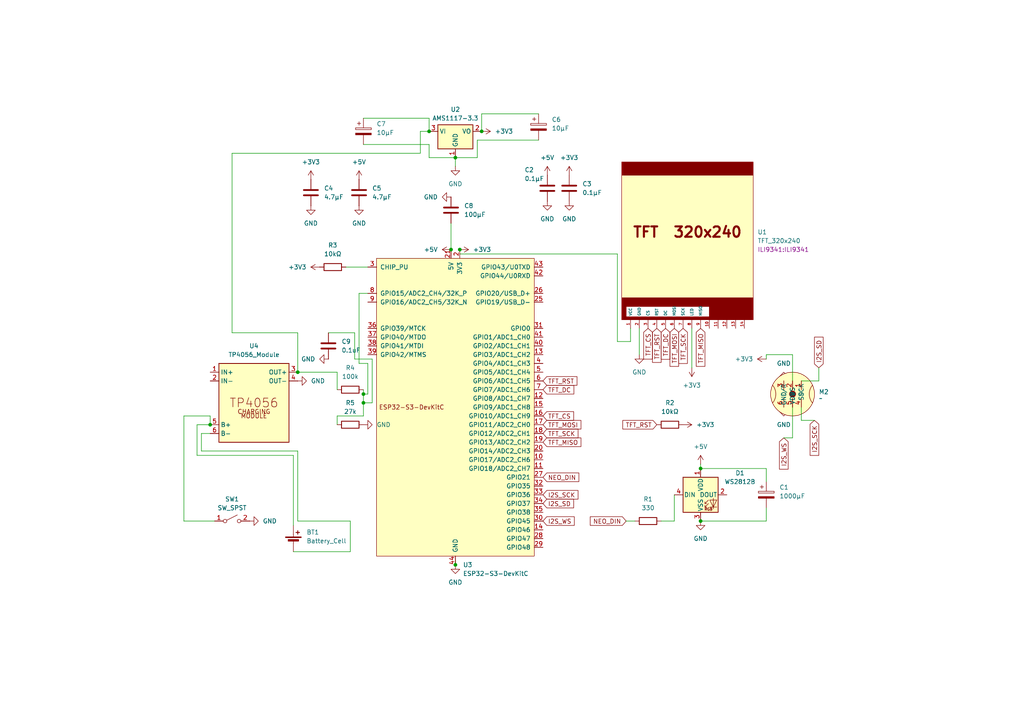
<source format=kicad_sch>
(kicad_sch (version 20250114) (generator "eeschema") (generator_version "9.0")
  (paper "A4")
  (lib_symbols
    (symbol "Device:Battery_Cell" (pin_numbers (hide yes)) (pin_names (offset 0) (hide yes))
      (property "Reference" "BT" (at 2.54 2.54 0))
      (property "Value" "Battery_Cell" (at 2.54 0 0))
      (symbol "Battery_Cell_0_1"
        (rectangle (start -2.286 1.778) (end 2.286 1.524) (fill (type outline)))
        (rectangle (start -1.524 1.016) (end 1.524 0.508) (fill (type outline)))
        (polyline (pts (xy 0 1.778) (xy 0 2.54)))
        (polyline (pts (xy 0 0.762) (xy 0 0)))
        (polyline (pts (xy 0.762 3.048) (xy 1.778 3.048)) (stroke (width 0.254)))
        (polyline (pts (xy 1.27 3.556) (xy 1.27 2.54)) (stroke (width 0.254)))
      )
      (symbol "Battery_Cell_1_1"
        (pin passive line (at 0 5.08 270) (length 2.54) (name "+") (number "1"))
        (pin passive line (at 0 -2.54 90) (length 2.54) (name "-") (number "2"))
      )
    )
    (symbol "Device:C" (pin_numbers (hide yes)) (pin_names (offset 0.254))
      (property "Reference" "C" (at 0.635 2.54 0))
      (property "Value" "C" (at 0.635 -2.54 0))
      (symbol "C_0_1"
        (polyline (pts (xy -2.032 0.762) (xy 2.032 0.762)) (stroke (width 0.508)))
        (polyline (pts (xy -2.032 -0.762) (xy 2.032 -0.762)) (stroke (width 0.508)))
      )
      (symbol "C_1_1"
        (pin passive line (at 0 3.81 270) (length 2.794) (name "~") (number "1"))
        (pin passive line (at 0 -3.81 90) (length 2.794) (name "~") (number "2"))
      )
    )
    (symbol "Device:C_Polarized" (pin_numbers (hide yes)) (pin_names (offset 0.254))
      (property "Reference" "C" (at 0.635 2.54 0))
      (property "Value" "C_Polarized" (at 0.635 -2.54 0))
      (symbol "C_Polarized_0_1"
        (rectangle (start -2.286 0.508) (end 2.286 1.016))
        (polyline (pts (xy -1.778 2.286) (xy -0.762 2.286)))
        (polyline (pts (xy -1.27 2.794) (xy -1.27 1.778)))
        (rectangle (start 2.286 -0.508) (end -2.286 -1.016) (fill (type outline)))
      )
      (symbol "C_Polarized_1_1"
        (pin passive line (at 0 3.81 270) (length 2.794) (name "~") (number "1"))
        (pin passive line (at 0 -3.81 90) (length 2.794) (name "~") (number "2"))
      )
    )
    (symbol "Device:R" (pin_numbers (hide yes)) (pin_names (offset 0))
      (property "Reference" "R" (at 2.032 0 90))
      (property "Value" "R" (at 0 0 90))
      (symbol "R_0_1"
        (rectangle (start -1.016 -2.54) (end 1.016 2.54) (stroke (width 0.254)))
      )
      (symbol "R_1_1"
        (pin passive line (at 0 3.81 270) (length 1.27) (name "~") (number "1"))
        (pin passive line (at 0 -3.81 90) (length 1.27) (name "~") (number "2"))
      )
    )
    (symbol "ILI9341:TFT_320x240" (pin_names (offset 1.016))
      (property "Reference" "U?" (at 20.32 25.4001 0))
      (property "Value" "TFT_320x240" (at 20.32 22.8601 0))
      (property "Footprint" "z_Devices:TFT-320x240" (at 20.32 20.3201 0))
      (symbol "TFT_320x240_0_0"
        (text "TFT  320x240" (at 0 25.4 0) (effects (font (size 2.9972 2.9972) (bold yes))))
      )
      (symbol "TFT_320x240_0_1"
        (rectangle (start -19.05 41.91) (end 19.05 45.72) (fill (type outline)))
        (rectangle (start -19.05 6.35) (end 19.05 41.91) (fill (type background)))
        (rectangle (start -19.05 6.35) (end 19.05 3.81) (fill (type outline)))
        (rectangle (start -19.05 0) (end 19.05 6.35))
        (rectangle (start -19.05 0) (end 19.05 0.8382) (fill (type outline)))
        (rectangle (start -17.78 0) (end -19.05 3.81) (fill (type outline)))
        (rectangle (start 19.05 0) (end 6.35 3.81) (fill (type outline)))
      )
      (symbol "TFT_320x240_1_1"
        (pin power_in line (at -16.51 -2.54 90) (length 2.54) (name "VCC") (number "1"))
        (pin bidirectional line (at -13.97 -2.54 90) (length 2.54) (name "GND") (number "2"))
        (pin bidirectional line (at -11.43 -2.54 90) (length 2.54) (name "CS") (number "3"))
        (pin bidirectional line (at -8.89 -2.54 90) (length 2.54) (name "RST") (number "4"))
        (pin bidirectional line (at -6.35 -2.54 90) (length 2.54) (name "DC") (number "5"))
        (pin bidirectional line (at -3.81 -2.54 90) (length 2.54) (name "MOSI") (number "6"))
        (pin bidirectional line (at -1.27 -2.54 90) (length 2.54) (name "SCK") (number "7"))
        (pin power_in line (at 1.27 -2.54 90) (length 2.54) (name "LED") (number "8"))
        (pin bidirectional line (at 3.81 -2.54 90) (length 2.54) (name "MISO") (number "9"))
        (pin bidirectional line (at 6.35 -2.54 90) (length 2.54) (name "~") (number "10"))
        (pin bidirectional line (at 8.89 -2.54 90) (length 2.54) (name "~") (number "11"))
        (pin bidirectional line (at 11.43 -2.54 90) (length 2.54) (name "~") (number "12"))
        (pin bidirectional line (at 13.97 -2.54 90) (length 2.54) (name "~") (number "13"))
        (pin bidirectional line (at 16.51 -2.54 90) (length 2.54) (name "~") (number "14"))
      )
    )
    (symbol "LED:WS2812B" (pin_names (offset 0.254))
      (property "Reference" "D" (at 5.08 5.715 0))
      (property "Value" "WS2812B" (at 1.27 -5.715 0))
      (symbol "WS2812B_0_0"
        (text "RGB" (at 2.286 -4.191 0) (effects (font (size 0.762 0.762))))
      )
      (symbol "WS2812B_0_1"
        (polyline (pts (xy 1.27 -2.54) (xy 1.778 -2.54)))
        (polyline (pts (xy 1.27 -3.556) (xy 1.778 -3.556)))
        (polyline (pts (xy 2.286 -1.524) (xy 1.27 -2.54) (xy 1.27 -2.032)))
        (polyline (pts (xy 2.286 -2.54) (xy 1.27 -3.556) (xy 1.27 -3.048)))
        (polyline (pts (xy 3.683 -1.016) (xy 3.683 -3.556) (xy 3.683 -4.064)))
        (polyline (pts (xy 4.699 -1.524) (xy 2.667 -1.524) (xy 3.683 -3.556) (xy 4.699 -1.524)))
        (polyline (pts (xy 4.699 -3.556) (xy 2.667 -3.556)))
        (rectangle (start 5.08 5.08) (end -5.08 -5.08) (stroke (width 0.254)) (fill (type background)))
      )
      (symbol "WS2812B_1_1"
        (pin input line (at -7.62 0 0) (length 2.54) (name "DIN") (number "4"))
        (pin power_in line (at 0 7.62 270) (length 2.54) (name "VDD") (number "1"))
        (pin power_in line (at 0 -7.62 90) (length 2.54) (name "VSS") (number "3"))
        (pin output line (at 7.62 0 180) (length 2.54) (name "DOUT") (number "2"))
      )
    )
    (symbol "Microphone:INMP441_Microphone_I2S"
      (property "Reference" "M2" (at -7.62 -0.6351 0))
      (property "Value" "~" (at -7.62 1.27 0))
      (symbol "INMP441_Microphone_I2S_1_1"
        (arc (start -5.75 2.54) (mid -4.8513 0) (end -5.75 -2.54))
        (circle (center 0 0) (radius 0.9) (fill (type outline)))
        (circle (center 0 0) (radius 6.35) (fill (type background)))
        (arc (start 5.75 -2.54) (mid 4.8513 0) (end 5.75 2.54))
        (pin bidirectional line (at -2.54 3.81 270) (length 2.54) (name "SCK") (number "4"))
        (pin bidirectional line (at -2.54 -3.81 90) (length 2.54) (name "SD") (number "1"))
        (pin bidirectional line (at 0 3.81 270) (length 2.54) (name "WS") (number "5"))
        (pin power_in line (at 0 -3.81 90) (length 2.54) (name "VDD") (number "2"))
        (pin input line (at 2.54 3.81 270) (length 2.54) (name "L/R") (number "6"))
        (pin power_in line (at 2.54 -3.81 90) (length 2.54) (name "GND") (number "3"))
      )
    )
    (symbol "PCM_Espressif:ESP32-S3-DevKitC" (pin_names (offset 1.016))
      (property "Reference" "U" (at -22.86 48.26 0))
      (property "Value" "ESP32-S3-DevKitC" (at -22.86 45.72 0))
      (symbol "ESP32-S3-DevKitC_0_0"
        (text "ESP32-S3-DevKitC" (at -12.7 0 0) (effects (font (size 1.27 1.27))))
        (pin bidirectional line (at -25.4 15.24 0) (length 2.54) (name "GPIO42/MTMS") (number "39"))
        (pin power_in line (at 0 -45.72 90) (length 2.54) (name "GND") (number "44"))
        (pin bidirectional line (at 25.4 40.64 180) (length 2.54) (name "GPIO43/U0TXD") (number "43"))
        (pin bidirectional line (at 25.4 38.1 180) (length 2.54) (name "GPIO44/U0RXD") (number "42"))
        (pin bidirectional line (at 25.4 20.32 180) (length 2.54) (name "GPIO1/ADC1_CH0") (number "41"))
        (pin bidirectional line (at 25.4 17.78 180) (length 2.54) (name "GPIO2/ADC1_CH1") (number "40"))
        (pin bidirectional line (at 25.4 -10.16 180) (length 2.54) (name "GPIO13/ADC2_CH2") (number "19"))
        (pin bidirectional line (at 25.4 -35.56 180) (length 2.54) (name "GPIO46") (number "14"))
      )
      (symbol "ESP32-S3-DevKitC_0_1"
        (rectangle (start -22.86 43.18) (end 22.86 -43.18) (fill (type background)))
        (pin power_in line (at 1.27 45.72 270) (length 2.54) (name "3V3") (number "2"))
      )
      (symbol "ESP32-S3-DevKitC_1_1"
        (pin input line (at -25.4 40.64 0) (length 2.54) (name "CHIP_PU") (number "3"))
        (pin bidirectional line (at -25.4 33.02 0) (length 2.54) (name "GPIO15/ADC2_CH4/32K_P") (number "8"))
        (pin bidirectional line (at -25.4 30.48 0) (length 2.54) (name "GPIO16/ADC2_CH5/32K_N") (number "9"))
        (pin bidirectional line (at -25.4 22.86 0) (length 2.54) (name "GPIO39/MTCK") (number "36"))
        (pin bidirectional line (at -25.4 20.32 0) (length 2.54) (name "GPIO40/MTDO") (number "37"))
        (pin bidirectional line (at -25.4 17.78 0) (length 2.54) (name "GPIO41/MTDI") (number "38"))
        (pin power_in line (at -1.27 45.72 270) (length 2.54) (name "5V") (number "21"))
        (pin passive line (at 0 -45.72 90) (length 2.54) (hide yes) (name "GND") (number "22"))
        (pin passive line (at 0 -45.72 90) (length 2.54) (hide yes) (name "GND") (number "23"))
        (pin passive line (at 0 -45.72 90) (length 2.54) (hide yes) (name "GND") (number "24"))
        (pin passive line (at 1.27 45.72 270) (length 2.54) (hide yes) (name "3V3") (number "1"))
        (pin bidirectional line (at 25.4 33.02 180) (length 2.54) (name "GPIO20/USB_D+") (number "26"))
        (pin bidirectional line (at 25.4 30.48 180) (length 2.54) (name "GPIO19/USB_D-") (number "25"))
        (pin bidirectional line (at 25.4 22.86 180) (length 2.54) (name "GPIO0") (number "31"))
        (pin bidirectional line (at 25.4 15.24 180) (length 2.54) (name "GPIO3/ADC1_CH2") (number "13"))
        (pin bidirectional line (at 25.4 12.7 180) (length 2.54) (name "GPIO4/ADC1_CH3") (number "4"))
        (pin bidirectional line (at 25.4 10.16 180) (length 2.54) (name "GPIO5/ADC1_CH4") (number "5"))
        (pin bidirectional line (at 25.4 7.62 180) (length 2.54) (name "GPIO6/ADC1_CH5") (number "6"))
        (pin bidirectional line (at 25.4 5.08 180) (length 2.54) (name "GPIO7/ADC1_CH6") (number "7"))
        (pin bidirectional line (at 25.4 2.54 180) (length 2.54) (name "GPIO8/ADC1_CH7") (number "12"))
        (pin bidirectional line (at 25.4 0 180) (length 2.54) (name "GPIO9/ADC1_CH8") (number "15"))
        (pin bidirectional line (at 25.4 -2.54 180) (length 2.54) (name "GPIO10/ADC1_CH9") (number "16"))
        (pin bidirectional line (at 25.4 -5.08 180) (length 2.54) (name "GPIO11/ADC2_CH0") (number "17"))
        (pin bidirectional line (at 25.4 -7.62 180) (length 2.54) (name "GPIO12/ADC2_CH1") (number "18"))
        (pin bidirectional line (at 25.4 -12.7 180) (length 2.54) (name "GPIO14/ADC2_CH3") (number "20"))
        (pin bidirectional line (at 25.4 -15.24 180) (length 2.54) (name "GPIO17/ADC2_CH6") (number "10"))
        (pin bidirectional line (at 25.4 -17.78 180) (length 2.54) (name "GPIO18/ADC2_CH7") (number "11"))
        (pin bidirectional line (at 25.4 -20.32 180) (length 2.54) (name "GPIO21") (number "27"))
        (pin bidirectional line (at 25.4 -22.86 180) (length 2.54) (name "GPIO35") (number "32"))
        (pin bidirectional line (at 25.4 -25.4 180) (length 2.54) (name "GPIO36") (number "33"))
        (pin bidirectional line (at 25.4 -27.94 180) (length 2.54) (name "GPIO37") (number "34"))
        (pin bidirectional line (at 25.4 -30.48 180) (length 2.54) (name "GPIO38") (number "35"))
        (pin bidirectional line (at 25.4 -33.02 180) (length 2.54) (name "GPIO45") (number "30"))
        (pin bidirectional line (at 25.4 -38.1 180) (length 2.54) (name "GPIO47") (number "28"))
        (pin bidirectional line (at 25.4 -40.64 180) (length 2.54) (name "GPIO48") (number "29"))
      )
    )
    (symbol "Regulator_Linear:AMS1117-3.3"
      (property "Reference" "U" (at -3.81 3.175 0))
      (property "Value" "AMS1117-3.3" (at 0 3.175 0))
      (symbol "AMS1117-3.3_0_1"
        (rectangle (start -5.08 -5.08) (end 5.08 1.905) (stroke (width 0.254)) (fill (type background)))
      )
      (symbol "AMS1117-3.3_1_1"
        (pin power_in line (at -7.62 0 0) (length 2.54) (name "VI") (number "3"))
        (pin power_in line (at 0 -7.62 90) (length 2.54) (name "GND") (number "1"))
        (pin power_out line (at 7.62 0 180) (length 2.54) (name "VO") (number "2"))
      )
    )
    (symbol "Switch:SW_SPST" (pin_names (offset 0) (hide yes))
      (property "Reference" "SW" (at 0 3.175 0))
      (property "Value" "SW_SPST" (at 0 -2.54 0))
      (symbol "SW_SPST_0_0"
        (circle (center -2.032 0) (radius 0.508))
        (polyline (pts (xy -1.524 0.254) (xy 1.524 1.778)))
        (circle (center 2.032 0) (radius 0.508))
      )
      (symbol "SW_SPST_1_1"
        (pin passive line (at -5.08 0 0) (length 2.54) (name "A") (number "1"))
        (pin passive line (at 5.08 0 180) (length 2.54) (name "B") (number "2"))
      )
    )
    (symbol "power:+3V3" (power) (pin_numbers (hide yes)) (pin_names (offset 0) (hide yes))
      (property "Value" "+3V3" (at 0 3.556 0))
      (symbol "+3V3_0_1"
        (polyline (pts (xy -0.762 1.27) (xy 0 2.54)))
        (polyline (pts (xy 0 2.54) (xy 0.762 1.27)))
        (polyline (pts (xy 0 0) (xy 0 2.54)))
      )
      (symbol "+3V3_1_1"
        (pin power_in line (at 0 0 90) (length 0) (name "~") (number "1"))
      )
    )
    (symbol "power:+5V" (power) (pin_numbers (hide yes)) (pin_names (offset 0) (hide yes))
      (property "Value" "+5V" (at 0 3.556 0))
      (symbol "+5V_0_1"
        (polyline (pts (xy -0.762 1.27) (xy 0 2.54)))
        (polyline (pts (xy 0 2.54) (xy 0.762 1.27)))
        (polyline (pts (xy 0 0) (xy 0 2.54)))
      )
      (symbol "+5V_1_1"
        (pin power_in line (at 0 0 90) (length 0) (name "~") (number "1"))
      )
    )
    (symbol "power:GND" (power) (pin_numbers (hide yes)) (pin_names (offset 0) (hide yes))
      (property "Value" "GND" (at 0 -3.81 0))
      (symbol "GND_0_1"
        (polyline (pts (xy 0 0) (xy 0 -1.27) (xy 1.27 -1.27) (xy 0 -2.54) (xy -1.27 -1.27) (xy 0 -1.27)))
      )
      (symbol "GND_1_1"
        (pin power_in line (at 0 0 270) (length 0) (name "~") (number "1"))
      )
    )
    (symbol "tp4056_symbol:TP4056_Module"
      (property "Reference" "U" (at 0 12.7 0))
      (property "Value" "TP4056_Module" (at 0 -12.7 0))
      (symbol "TP4056_Module_0_1"
        (rectangle (start -10.16 11.43) (end 10.16 -11.43) (stroke (width 0.254)) (fill (type background)))
        (text "TP4056" (at 0 0 0) (effects (font (size 2.54 2.54))))
        (text "CHARGING" (at 0 -2.54 0) (effects (font (size 1.27 1.27))))
        (text "MODULE" (at 0 -3.81 0) (effects (font (size 1.27 1.27))))
      )
      (symbol "TP4056_Module_1_1"
        (pin input line (at -12.7 8.89 0) (length 2.54) (name "IN+") (number "1"))
        (pin input line (at -12.7 6.35 0) (length 2.54) (name "IN-") (number "2"))
        (pin bidirectional line (at -12.7 -6.35 0) (length 2.54) (name "B+") (number "5"))
        (pin bidirectional line (at -12.7 -8.89 0) (length 2.54) (name "B-") (number "6"))
        (pin output line (at 12.7 8.89 180) (length 2.54) (name "OUT+") (number "3"))
        (pin output line (at 12.7 6.35 180) (length 2.54) (name "OUT-") (number "4"))
      )
    )
  )
  (junction (at 86.36 107.95))
  (junction (at 124.46 38.1))
  (junction (at 139.7 38.1))
  (junction (at 60.96 123.19))
  (junction (at 130.81 72.39))
  (junction (at 105.41 116.84))
  (junction (at 132.08 163.83))
  (junction (at 132.08 45.72))
  (junction (at 203.2 135.89))
  (junction (at 133.35 72.39))
  (junction (at 203.2 151.13))
  (junction (at 105.41 114.3))
  (wire (pts (xy 105.41 34.29) (xy 124.46 34.29)))
  (wire (pts (xy 86.36 107.95) (xy 86.36 96.52)))
  (wire (pts (xy 86.36 107.95) (xy 85.09 107.95)))
  (wire (pts (xy 229.87 118.11) (xy 229.87 127)))
  (wire (pts (xy 237.49 110.49) (xy 237.49 106.68)))
  (wire (pts (xy 104.14 105.41) (xy 104.14 85.09)))
  (wire (pts (xy 232.41 118.11) (xy 232.41 121.92)))
  (wire (pts (xy 232.41 110.49) (xy 237.49 110.49)))
  (wire (pts (xy 105.41 41.91) (xy 124.46 41.91)))
  (wire (pts (xy 124.46 41.91) (xy 124.46 45.72)))
  (wire (pts (xy 62.23 151.13) (xy 53.34 151.13)))
  (wire (pts (xy 138.43 45.72) (xy 132.08 45.72)))
  (wire (pts (xy 60.96 120.65) (xy 60.96 123.19)))
  (wire (pts (xy 57.15 132.08) (xy 57.15 123.19)))
  (wire (pts (xy 181.61 151.13) (xy 184.15 151.13)))
  (wire (pts (xy 182.88 95.25) (xy 182.88 99.06)))
  (wire (pts (xy 105.41 114.3) (xy 105.41 116.84)))
  (wire (pts (xy 229.87 110.49) (xy 229.87 102.87)))
  (wire (pts (xy 191.77 151.13) (xy 195.58 151.13)))
  (wire (pts (xy 179.07 99.06) (xy 179.07 73.66)))
  (wire (pts (xy 232.41 121.92) (xy 236.22 121.92)))
  (wire (pts (xy 105.41 113.03) (xy 105.41 114.3)))
  (wire (pts (xy 85.09 152.4) (xy 85.09 132.08)))
  (wire (pts (xy 130.81 64.77) (xy 130.81 72.39)))
  (wire (pts (xy 53.34 120.65) (xy 60.96 120.65)))
  (wire (pts (xy 57.15 123.19) (xy 60.96 123.19)))
  (wire (pts (xy 132.08 162.56) (xy 132.08 163.83)))
  (wire (pts (xy 86.36 130.81) (xy 58.42 130.81)))
  (wire (pts (xy 105.41 114.3) (xy 106.68 114.3)))
  (wire (pts (xy 203.2 135.89) (xy 222.25 135.89)))
  (wire (pts (xy 58.42 125.73) (xy 60.96 125.73)))
  (wire (pts (xy 86.36 107.95) (xy 97.79 107.95)))
  (wire (pts (xy 106.68 114.3) (xy 106.68 105.41)))
  (wire (pts (xy 133.35 73.66) (xy 133.35 72.39)))
  (wire (pts (xy 182.88 99.06) (xy 179.07 99.06)))
  (wire (pts (xy 105.41 116.84) (xy 105.41 120.65)))
  (wire (pts (xy 67.31 44.45) (xy 121.92 44.45)))
  (wire (pts (xy 85.09 160.02) (xy 101.6 160.02)))
  (wire (pts (xy 203.2 151.13) (xy 222.25 151.13)))
  (wire (pts (xy 121.92 44.45) (xy 121.92 38.1)))
  (wire (pts (xy 102.87 96.52) (xy 95.25 96.52)))
  (wire (pts (xy 97.79 107.95) (xy 97.79 113.03)))
  (wire (pts (xy 104.14 85.09) (xy 106.68 85.09)))
  (wire (pts (xy 203.2 134.62) (xy 203.2 135.89)))
  (wire (pts (xy 156.21 40.64) (xy 138.43 40.64)))
  (wire (pts (xy 138.43 40.64) (xy 138.43 45.72)))
  (wire (pts (xy 179.07 73.66) (xy 133.35 73.66)))
  (wire (pts (xy 185.42 95.25) (xy 185.42 102.87)))
  (wire (pts (xy 86.36 96.52) (xy 67.31 96.52)))
  (wire (pts (xy 100.33 77.47) (xy 106.68 77.47)))
  (wire (pts (xy 139.7 33.02) (xy 139.7 38.1)))
  (wire (pts (xy 229.87 127) (xy 227.33 127)))
  (wire (pts (xy 105.41 116.84) (xy 107.95 116.84)))
  (wire (pts (xy 156.21 33.02) (xy 139.7 33.02)))
  (wire (pts (xy 97.79 120.65) (xy 97.79 123.19)))
  (wire (pts (xy 105.41 120.65) (xy 97.79 120.65)))
  (wire (pts (xy 67.31 96.52) (xy 67.31 44.45)))
  (wire (pts (xy 106.68 105.41) (xy 104.14 105.41)))
  (wire (pts (xy 222.25 151.13) (xy 222.25 147.32)))
  (wire (pts (xy 86.36 151.13) (xy 86.36 130.81)))
  (wire (pts (xy 222.25 102.87) (xy 222.25 104.14)))
  (wire (pts (xy 200.66 95.25) (xy 200.66 106.68)))
  (wire (pts (xy 102.87 104.14) (xy 102.87 96.52)))
  (wire (pts (xy 58.42 130.81) (xy 58.42 125.73)))
  (wire (pts (xy 124.46 45.72) (xy 132.08 45.72)))
  (wire (pts (xy 53.34 151.13) (xy 53.34 120.65)))
  (wire (pts (xy 229.87 102.87) (xy 222.25 102.87)))
  (wire (pts (xy 107.95 104.14) (xy 102.87 104.14)))
  (wire (pts (xy 124.46 34.29) (xy 124.46 38.1)))
  (wire (pts (xy 107.95 116.84) (xy 107.95 104.14)))
  (wire (pts (xy 195.58 143.51) (xy 195.58 151.13)))
  (wire (pts (xy 101.6 160.02) (xy 101.6 151.13)))
  (wire (pts (xy 132.08 45.72) (xy 132.08 48.26)))
  (wire (pts (xy 222.25 135.89) (xy 222.25 139.7)))
  (wire (pts (xy 101.6 151.13) (xy 86.36 151.13)))
  (wire (pts (xy 121.92 38.1) (xy 124.46 38.1)))
  (wire (pts (xy 85.09 132.08) (xy 57.15 132.08)))
  (global_label "TFT_SCK" (shape input) (at 157.48 125.73 0) (property "Intersheetrefs" "${INTERSHEET_REFS}" (effects (hide yes))))
  (global_label "I2S_SCK" (shape input) (at 157.48 143.51 0) (property "Intersheetrefs" "${INTERSHEET_REFS}" (effects (hide yes))))
  (global_label "TFT_RST" (shape input) (at 157.48 110.49 0) (property "Intersheetrefs" "${INTERSHEET_REFS}" (effects (hide yes))))
  (global_label "I2S_SCK" (shape input) (at 236.22 121.92 270) (property "Intersheetrefs" "${INTERSHEET_REFS}" (effects (hide yes))))
  (global_label "TFT_RST" (shape input) (at 190.5 123.19 180) (property "Intersheetrefs" "${INTERSHEET_REFS}" (effects (hide yes))))
  (global_label "TFT_DC" (shape input) (at 193.04 95.25 270) (property "Intersheetrefs" "${INTERSHEET_REFS}" (effects (hide yes))))
  (global_label "TFT_MISO" (shape input) (at 203.2 95.25 270) (property "Intersheetrefs" "${INTERSHEET_REFS}" (effects (hide yes))))
  (global_label "I2S_SD" (shape input) (at 157.48 146.05 0) (property "Intersheetrefs" "${INTERSHEET_REFS}" (effects (hide yes))))
  (global_label "I2S_WS" (shape input) (at 227.33 127 270) (property "Intersheetrefs" "${INTERSHEET_REFS}" (effects (hide yes))))
  (global_label "TFT_CS" (shape input) (at 157.48 120.65 0) (property "Intersheetrefs" "${INTERSHEET_REFS}" (effects (hide yes))))
  (global_label "TFT_MOSI" (shape input) (at 157.48 123.19 0) (property "Intersheetrefs" "${INTERSHEET_REFS}" (effects (hide yes))))
  (global_label "TFT_MOSI" (shape input) (at 195.58 95.25 270) (property "Intersheetrefs" "${INTERSHEET_REFS}" (effects (hide yes))))
  (global_label "NEO_DIN" (shape input) (at 181.61 151.13 180) (property "Intersheetrefs" "${INTERSHEET_REFS}" (effects (hide yes))))
  (global_label "TFT_MISO" (shape input) (at 157.48 128.27 0) (property "Intersheetrefs" "${INTERSHEET_REFS}" (effects (hide yes))))
  (global_label "NEO_DIN" (shape input) (at 157.48 138.43 0) (property "Intersheetrefs" "${INTERSHEET_REFS}" (effects (hide yes))))
  (global_label "I2S_SD" (shape input) (at 237.49 106.68 90) (property "Intersheetrefs" "${INTERSHEET_REFS}" (effects (hide yes))))
  (global_label "TFT_DC" (shape input) (at 157.48 113.03 0) (property "Intersheetrefs" "${INTERSHEET_REFS}" (effects (hide yes))))
  (global_label "I2S_WS" (shape input) (at 157.48 151.13 0) (property "Intersheetrefs" "${INTERSHEET_REFS}" (effects (hide yes))))
  (global_label "TFT_CS" (shape input) (at 187.96 95.25 270) (property "Intersheetrefs" "${INTERSHEET_REFS}" (effects (hide yes))))
  (global_label "TFT_RST" (shape input) (at 190.5 95.25 270) (property "Intersheetrefs" "${INTERSHEET_REFS}" (effects (hide yes))))
  (global_label "TFT_SCK" (shape input) (at 198.12 95.25 270) (property "Intersheetrefs" "${INTERSHEET_REFS}" (effects (hide yes))))
  (symbol (lib_id "Device:C_Polarized") (at 105.41 38.1 0) (unit 1)
    (property "Reference" "C7" (at 109.22 35.9409 0) (effects (justify left)))
    (property "Value" "10µF" (at 109.22 38.4809 0) (effects (justify left)))
    (property "Footprint" "Capacitor_THT:C_Disc_D5.0mm_W2.5mm_P5.00mm" (effects (hide yes)))
    (property "Description" "Polarized capacitor" (effects (hide yes)))
  )
  (symbol (lib_id "power:GND") (at 227.33 118.11 0) (unit 1)
    (property "Reference" "#PWR07" (effects (hide yes)))
    (property "Value" "GND" (at 227.33 123.19 0))
    (property "Description" "Power symbol creates a global label with name \"GND\" , ground" (effects (hide yes)))
  )
  (symbol (lib_id "Device:R") (at 194.31 123.19 90) (unit 1)
    (property "Reference" "R2" (at 194.31 116.84 90))
    (property "Value" "10kΩ" (at 194.31 119.38 90))
    (property "Footprint" "Resistor_THT:R_Axial_DIN0207_L6.3mm_D2.5mm_P7.62mm_Horizontal" (effects (hide yes)))
    (property "Description" "Resistor" (effects (hide yes)))
  )
  (symbol (lib_id "power:+3V3") (at 133.35 72.39 270) (unit 1)
    (property "Reference" "#PWR02" (effects (hide yes)))
    (property "Value" "+3V3" (at 137.16 72.3899 90) (effects (justify left)))
    (property "Description" "Power symbol creates a global label with name \"+3V3\"" (effects (hide yes)))
  )
  (symbol (lib_id "Switch:SW_SPST") (at 67.31 151.13 0) (unit 1)
    (property "Reference" "SW1" (at 67.31 144.78 0))
    (property "Value" "SW_SPST" (at 67.31 147.32 0))
    (property "Footprint" "Button_Switch_THT:SW_DIP_SPSTx01_Slide_6.7x4.1mm_W7.62mm_P2.54mm_LowProfile" (effects (hide yes)))
    (property "Description" "Single Pole Single Throw (SPST) switch" (effects (hide yes)))
  )
  (symbol (lib_id "power:+3V3") (at 198.12 123.19 270) (unit 1)
    (property "Reference" "#PWR021" (effects (hide yes)))
    (property "Value" "+3V3" (at 201.93 123.1899 90) (effects (justify left)))
    (property "Description" "Power symbol creates a global label with name \"+3V3\"" (effects (hide yes)))
  )
  (symbol (lib_id "Device:C") (at 104.14 55.88 0) (unit 1)
    (property "Reference" "C5" (at 107.95 54.6099 0) (effects (justify left)))
    (property "Value" "4.7µF" (at 107.95 57.1499 0) (effects (justify left)))
    (property "Footprint" "Capacitor_THT:C_Disc_D5.0mm_W2.5mm_P5.00mm" (effects (hide yes)))
    (property "Description" "Unpolarized capacitor" (effects (hide yes)))
  )
  (symbol (lib_id "power:GND") (at 158.75 58.42 0) (unit 1)
    (property "Reference" "#PWR014" (effects (hide yes)))
    (property "Value" "GND" (at 158.75 63.5 0))
    (property "Description" "Power symbol creates a global label with name \"GND\" , ground" (effects (hide yes)))
  )
  (symbol (lib_id "power:+5V") (at 130.81 72.39 90) (unit 1)
    (property "Reference" "#PWR024" (effects (hide yes)))
    (property "Value" "+5V" (at 127 72.3899 90) (effects (justify left)))
    (property "Description" "Power symbol creates a global label with name \"+5V\"" (effects (hide yes)))
  )
  (symbol (lib_id "power:GND") (at 185.42 102.87 0) (unit 1)
    (property "Reference" "#PWR010" (effects (hide yes)))
    (property "Value" "GND" (at 185.42 107.95 0))
    (property "Description" "Power symbol creates a global label with name \"GND\" , ground" (effects (hide yes)))
  )
  (symbol (lib_id "power:GND") (at 165.1 58.42 0) (unit 1)
    (property "Reference" "#PWR015" (effects (hide yes)))
    (property "Value" "GND" (at 165.1 63.5 0))
    (property "Description" "Power symbol creates a global label with name \"GND\" , ground" (effects (hide yes)))
  )
  (symbol (lib_id "Device:C") (at 130.81 60.96 0) (unit 1)
    (property "Reference" "C8" (at 134.62 59.6899 0) (effects (justify left)))
    (property "Value" "100µF" (at 134.62 62.2299 0) (effects (justify left)))
    (property "Footprint" "Capacitor_THT:C_Disc_D5.0mm_W2.5mm_P5.00mm" (effects (hide yes)))
    (property "Description" "Unpolarized capacitor" (effects (hide yes)))
  )
  (symbol (lib_id "Device:R") (at 101.6 123.19 90) (unit 1)
    (property "Reference" "R5" (at 101.6 116.84 90))
    (property "Value" "27k" (at 101.6 119.38 90))
    (property "Footprint" "Resistor_THT:R_Axial_DIN0207_L6.3mm_D2.5mm_P7.62mm_Horizontal" (effects (hide yes)))
    (property "Description" "Resistor" (effects (hide yes)))
  )
  (symbol (lib_id "PCM_Espressif:ESP32-S3-DevKitC") (at 132.08 118.11 0) (unit 1)
    (property "Reference" "U3" (at 134.2741 163.83 0) (effects (justify left)))
    (property "Value" "ESP32-S3-DevKitC" (at 134.2741 166.37 0) (effects (justify left)))
    (property "Footprint" "PCM_Espressif:ESP32-S3-DevKitC" (effects (hide yes)))
    (property "Description" "ESP32-S3-DevKitC" (effects (hide yes)))
  )
  (symbol (lib_id "power:+3V3") (at 90.17 52.07 0) (unit 1)
    (property "Reference" "#PWR011" (effects (hide yes)))
    (property "Value" "+3V3" (at 90.17 46.99 0))
    (property "Description" "Power symbol creates a global label with name \"+3V3\"" (effects (hide yes)))
  )
  (symbol (lib_id "Device:C") (at 158.75 54.61 0) (unit 1)
    (property "Reference" "C2" (at 152.146 49.276 0) (effects (justify left)))
    (property "Value" "0.1µF" (at 152.146 51.816 0) (effects (justify left)))
    (property "Footprint" "Capacitor_THT:C_Disc_D5.0mm_W2.5mm_P5.00mm" (effects (hide yes)))
    (property "Description" "Unpolarized capacitor" (effects (hide yes)))
  )
  (symbol (lib_id "power:GND") (at 105.41 123.19 90) (unit 1)
    (property "Reference" "#PWR027" (effects (hide yes)))
    (property "Value" "GND" (at 109.22 123.1899 90) (effects (justify right)))
    (property "Description" "Power symbol creates a global label with name \"GND\" , ground" (effects (hide yes)))
  )
  (symbol (lib_id "power:GND") (at 104.14 59.69 0) (unit 1)
    (property "Reference" "#PWR013" (effects (hide yes)))
    (property "Value" "GND" (at 104.14 64.77 0))
    (property "Description" "Power symbol creates a global label with name \"GND\" , ground" (effects (hide yes)))
  )
  (symbol (lib_id "Device:C") (at 165.1 54.61 0) (unit 1)
    (property "Reference" "C3" (at 168.91 53.3399 0) (effects (justify left)))
    (property "Value" "0.1µF" (at 168.91 55.8799 0) (effects (justify left)))
    (property "Footprint" "Capacitor_THT:C_Disc_D5.0mm_W2.5mm_P5.00mm" (effects (hide yes)))
    (property "Description" "Unpolarized capacitor" (effects (hide yes)))
  )
  (symbol (lib_id "power:GND") (at 95.25 104.14 270) (unit 1)
    (property "Reference" "#PWR028" (effects (hide yes)))
    (property "Value" "GND" (at 91.44 104.1399 90) (effects (justify right)))
    (property "Description" "Power symbol creates a global label with name \"GND\" , ground" (effects (hide yes)))
  )
  (symbol (lib_id "tp4056_symbol:TP4056_Module") (at 73.66 116.84 0) (unit 1)
    (property "Reference" "U4" (at 73.66 100.33 0))
    (property "Value" "TP4056_Module" (at 73.66 102.87 0))
    (property "Footprint" "TP4056:TP4056" (effects (hide yes)))
    (property "Description" "TP4056 Li-Ion Battery Charging Module" (effects (hide yes)))
  )
  (symbol (lib_id "Regulator_Linear:AMS1117-3.3") (at 132.08 38.1 0) (unit 1)
    (property "Reference" "U2" (at 132.08 31.75 0))
    (property "Value" "AMS1117-3.3" (at 132.08 34.29 0))
    (property "Footprint" "AMS:SOT229P700X180-4N" (effects (hide yes)))
    (property "Datasheet" "http://www.advanced-monolithic.com/pdf/ds1117.pdf" (effects (hide yes)))
    (property "Description" "1A Low Dropout regulator, positive, 3.3V fixed output, SOT-223" (effects (hide yes)))
  )
  (symbol (lib_id "power:+3V3") (at 222.25 104.14 90) (unit 1)
    (property "Reference" "#PWR08" (effects (hide yes)))
    (property "Value" "+3V3" (at 218.44 104.1399 90) (effects (justify left)))
    (property "Description" "Power symbol creates a global label with name \"+3V3\"" (effects (hide yes)))
  )
  (symbol (lib_id "Device:C") (at 90.17 55.88 0) (unit 1)
    (property "Reference" "C4" (at 93.98 54.6099 0) (effects (justify left)))
    (property "Value" "4.7µF" (at 93.98 57.1499 0) (effects (justify left)))
    (property "Footprint" "Capacitor_THT:C_Disc_D5.0mm_W2.5mm_P5.00mm" (effects (hide yes)))
    (property "Description" "Unpolarized capacitor" (effects (hide yes)))
  )
  (symbol (lib_id "power:GND") (at 86.36 110.49 90) (unit 1)
    (property "Reference" "#PWR026" (effects (hide yes)))
    (property "Value" "GND" (at 90.17 110.4899 90) (effects (justify right)))
    (property "Description" "Power symbol creates a global label with name \"GND\" , ground" (effects (hide yes)))
  )
  (symbol (lib_id "Device:C") (at 95.25 100.33 0) (unit 1)
    (property "Reference" "C9" (at 99.06 99.0599 0) (effects (justify left)))
    (property "Value" "0.1uF" (at 99.06 101.5999 0) (effects (justify left)))
    (property "Footprint" "Capacitor_THT:C_Disc_D5.0mm_W2.5mm_P5.00mm" (effects (hide yes)))
    (property "Description" "Unpolarized capacitor" (effects (hide yes)))
  )
  (symbol (lib_id "power:GND") (at 132.08 163.83 0) (unit 1)
    (property "Reference" "#PWR05" (effects (hide yes)))
    (property "Value" "GND" (at 132.08 168.91 0))
    (property "Description" "Power symbol creates a global label with name \"GND\" , ground" (effects (hide yes)))
  )
  (symbol (lib_id "power:+3V3") (at 200.66 106.68 180) (unit 1)
    (property "Reference" "#PWR01" (effects (hide yes)))
    (property "Value" "+3V3" (at 200.66 111.76 0))
    (property "Description" "Power symbol creates a global label with name \"+3V3\"" (effects (hide yes)))
  )
  (symbol (lib_id "power:GND") (at 90.17 59.69 0) (unit 1)
    (property "Reference" "#PWR012" (effects (hide yes)))
    (property "Value" "GND" (at 90.17 64.77 0))
    (property "Description" "Power symbol creates a global label with name \"GND\" , ground" (effects (hide yes)))
  )
  (symbol (lib_id "power:+3V3") (at 165.1 50.8 0) (unit 1)
    (property "Reference" "#PWR016" (effects (hide yes)))
    (property "Value" "+3V3" (at 165.1 45.72 0))
    (property "Description" "Power symbol creates a global label with name \"+3V3\"" (effects (hide yes)))
  )
  (symbol (lib_id "power:GND") (at 72.39 151.13 90) (unit 1)
    (property "Reference" "#PWR09" (effects (hide yes)))
    (property "Value" "GND" (at 76.2 151.1299 90) (effects (justify right)))
    (property "Description" "Power symbol creates a global label with name \"GND\" , ground" (effects (hide yes)))
  )
  (symbol (lib_id "power:+3V3") (at 92.71 77.47 90) (unit 1)
    (property "Reference" "#PWR025" (effects (hide yes)))
    (property "Value" "+3V3" (at 88.9 77.4699 90) (effects (justify left)))
    (property "Description" "Power symbol creates a global label with name \"+3V3\"" (effects (hide yes)))
  )
  (symbol (lib_id "power:+5V") (at 104.14 52.07 0) (unit 1)
    (property "Reference" "#PWR017" (effects (hide yes)))
    (property "Value" "+5V" (at 104.14 46.99 0))
    (property "Description" "Power symbol creates a global label with name \"+5V\"" (effects (hide yes)))
  )
  (symbol (lib_id "Microphone:INMP441_Microphone_I2S") (at 229.87 114.3 180) (unit 1)
    (property "Reference" "M2" (at 237.49 113.6649 0) (effects (justify right)))
    (property "Value" "~" (at 237.49 115.57 0) (effects (justify right)))
    (property "Footprint" "INMP441:Mic_INMP441_Custom" (effects (hide yes)))
  )
  (symbol (lib_id "power:+5V") (at 203.2 134.62 0) (unit 1)
    (property "Reference" "#PWR04" (effects (hide yes)))
    (property "Value" "+5V" (at 203.2 129.54 0))
    (property "Description" "Power symbol creates a global label with name \"+5V\"" (effects (hide yes)))
  )
  (symbol (lib_id "Device:R") (at 187.96 151.13 90) (unit 1)
    (property "Reference" "R1" (at 187.96 144.78 90))
    (property "Value" "330" (at 187.96 147.32 90))
    (property "Footprint" "Resistor_THT:R_Axial_DIN0207_L6.3mm_D2.5mm_P7.62mm_Horizontal" (effects (hide yes)))
    (property "Description" "Resistor" (effects (hide yes)))
  )
  (symbol (lib_id "Device:C_Polarized") (at 222.25 143.51 0) (unit 1)
    (property "Reference" "C1" (at 226.06 141.3509 0) (effects (justify left)))
    (property "Value" "1000µF" (at 226.06 143.8909 0) (effects (justify left)))
    (property "Footprint" "Capacitor_THT:CP_Radial_D10.0mm_P5.00mm" (effects (hide yes)))
    (property "Description" "Polarized capacitor" (effects (hide yes)))
  )
  (symbol (lib_id "power:GND") (at 203.2 151.13 0) (unit 1)
    (property "Reference" "#PWR023" (effects (hide yes)))
    (property "Value" "GND" (at 203.2 156.21 0))
    (property "Description" "Power symbol creates a global label with name \"GND\" , ground" (effects (hide yes)))
  )
  (symbol (lib_id "ILI9341:TFT_320x240") (at 199.39 92.71 0) (unit 1)
    (property "Reference" "U1" (at 219.71 67.3099 0) (effects (justify left)))
    (property "Value" "TFT_320x240" (at 219.71 69.8499 0) (effects (justify left)))
    (property "Footprint" "ILI9341:ILI9341" (at 219.71 72.3899 0) (effects (justify left)))
  )
  (symbol (lib_id "Device:R") (at 96.52 77.47 90) (unit 1)
    (property "Reference" "R3" (at 96.52 71.12 90))
    (property "Value" "10kΩ" (at 96.52 73.66 90))
    (property "Footprint" "Resistor_THT:R_Axial_DIN0207_L6.3mm_D2.5mm_P7.62mm_Horizontal" (effects (hide yes)))
    (property "Description" "Resistor" (effects (hide yes)))
  )
  (symbol (lib_id "power:+3V3") (at 139.7 38.1 270) (unit 1)
    (property "Reference" "#PWR019" (effects (hide yes)))
    (property "Value" "+3V3" (at 143.51 38.0999 90) (effects (justify left)))
    (property "Description" "Power symbol creates a global label with name \"+3V3\"" (effects (hide yes)))
  )
  (symbol (lib_id "power:GND") (at 227.33 110.49 180) (unit 1)
    (property "Reference" "#PWR06" (effects (hide yes)))
    (property "Value" "GND" (at 227.33 105.41 0))
    (property "Description" "Power symbol creates a global label with name \"GND\" , ground" (effects (hide yes)))
  )
  (symbol (lib_id "power:+5V") (at 158.75 50.8 0) (unit 1)
    (property "Reference" "#PWR018" (effects (hide yes)))
    (property "Value" "+5V" (at 158.75 45.72 0))
    (property "Description" "Power symbol creates a global label with name \"+5V\"" (effects (hide yes)))
  )
  (symbol (lib_id "Device:R") (at 101.6 113.03 90) (unit 1)
    (property "Reference" "R4" (at 101.6 106.68 90))
    (property "Value" "100k" (at 101.6 109.22 90))
    (property "Footprint" "Resistor_THT:R_Axial_DIN0207_L6.3mm_D2.5mm_P7.62mm_Horizontal" (effects (hide yes)))
    (property "Description" "Resistor" (effects (hide yes)))
  )
  (symbol (lib_id "power:GND") (at 130.81 57.15 270) (unit 1)
    (property "Reference" "#PWR022" (effects (hide yes)))
    (property "Value" "GND" (at 127 57.1499 90) (effects (justify right)))
    (property "Description" "Power symbol creates a global label with name \"GND\" , ground" (effects (hide yes)))
  )
  (symbol (lib_id "power:GND") (at 132.08 48.26 0) (unit 1)
    (property "Reference" "#PWR03" (effects (hide yes)))
    (property "Value" "GND" (at 132.08 53.34 0))
    (property "Description" "Power symbol creates a global label with name \"GND\" , ground" (effects (hide yes)))
  )
  (symbol (lib_id "Device:Battery_Cell") (at 85.09 157.48 0) (unit 1)
    (property "Reference" "BT1" (at 88.9 154.3684 0) (effects (justify left)))
    (property "Value" "Battery_Cell" (at 88.9 156.9084 0) (effects (justify left)))
    (property "Footprint" "Battery:BatteryHolder_Keystone_1042_1x18650" (effects (hide yes)))
    (property "Description" "Single-cell battery" (effects (hide yes)))
  )
  (symbol (lib_id "LED:WS2812B") (at 203.2 143.51 0) (unit 1)
    (property "Reference" "D1" (at 214.63 137.1914 0))
    (property "Value" "WS2812B" (at 214.63 139.7314 0))
    (property "Footprint" "LED_SMD:LED_WS2812B_PLCC4_5.0x5.0mm_P3.2mm" (effects (hide yes)))
    (property "Datasheet" "https://cdn-shop.adafruit.com/datasheets/WS2812B.pdf" (effects (hide yes)))
    (property "Description" "RGB LED with integrated controller" (effects (hide yes)))
  )
  (symbol (lib_id "Device:C_Polarized") (at 156.21 36.83 0) (unit 1)
    (property "Reference" "C6" (at 160.02 34.6709 0) (effects (justify left)))
    (property "Value" "10µF" (at 160.02 37.2109 0) (effects (justify left)))
    (property "Footprint" "Capacitor_THT:C_Disc_D5.0mm_W2.5mm_P5.00mm" (effects (hide yes)))
    (property "Description" "Polarized capacitor" (effects (hide yes)))
  )
)
</source>
